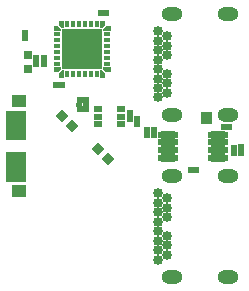
<source format=gbs>
G04*
G04 #@! TF.GenerationSoftware,Altium Limited,Altium Designer,20.1.14 (287)*
G04*
G04 Layer_Color=16711935*
%FSLAX25Y25*%
%MOIN*%
G70*
G04*
G04 #@! TF.SameCoordinates,3A9065B2-305A-42DB-86BC-D4C8425A37C0*
G04*
G04*
G04 #@! TF.FilePolarity,Negative*
G04*
G01*
G75*
%ADD28R,0.01981X0.01902*%
%ADD29R,0.01902X0.01981*%
%ADD36R,0.06706X0.02178*%
%ADD40C,0.03359*%
%ADD41O,0.07099X0.04737*%
%ADD69R,0.02441X0.01654*%
%ADD70R,0.01654X0.02441*%
%ADD71R,0.13465X0.13465*%
%ADD72R,0.02965X0.02965*%
%ADD73O,0.07099X0.02375*%
%ADD74R,0.02769X0.02375*%
%ADD75P,0.04194X4X360.0*%
%ADD76R,0.02178X0.01784*%
%ADD77R,0.01587X0.01981*%
%ADD78R,0.04737X0.04343*%
G36*
X33847Y73142D02*
X32922Y72216D01*
X31407Y72216D01*
Y73869D01*
X33848D01*
X33847Y73142D01*
D02*
G37*
G36*
X34832Y70444D02*
X33179D01*
X33179Y71959D01*
X34105Y72883D01*
X34832Y72885D01*
Y70444D01*
D02*
G37*
G36*
Y86980D02*
X34105Y86981D01*
X33179Y87905D01*
X33179Y89420D01*
X34832D01*
Y86980D01*
D02*
G37*
G36*
X32922Y87648D02*
X33847Y86723D01*
X33848Y85995D01*
X31407D01*
Y87649D01*
X32922Y87648D01*
D02*
G37*
G36*
X50384Y72216D02*
X48868Y72216D01*
X47944Y73142D01*
X47943Y73869D01*
X50384D01*
Y72216D01*
D02*
G37*
G36*
X47686Y72883D02*
X48611Y71959D01*
X48612Y70444D01*
X46958D01*
Y72885D01*
X47686Y72883D01*
D02*
G37*
G36*
X48611Y87905D02*
X47686Y86981D01*
X46958Y86980D01*
Y89420D01*
X48612D01*
X48611Y87905D01*
D02*
G37*
G36*
X50384Y85995D02*
X47943D01*
X47944Y86723D01*
X48868Y87648D01*
X50384Y87649D01*
Y85995D01*
D02*
G37*
D28*
X28335Y75021D02*
D03*
Y76871D02*
D03*
X56998Y56729D02*
D03*
Y58579D02*
D03*
X91432Y47109D02*
D03*
Y45258D02*
D03*
X59381Y56705D02*
D03*
Y54855D02*
D03*
X21993Y83656D02*
D03*
Y85506D02*
D03*
X93733Y47360D02*
D03*
Y45510D02*
D03*
X25716Y75037D02*
D03*
Y76887D02*
D03*
X62552Y51205D02*
D03*
Y53055D02*
D03*
X64751Y51210D02*
D03*
Y53061D02*
D03*
D29*
X47188Y92044D02*
D03*
X49038D02*
D03*
X81476Y58072D02*
D03*
X83327D02*
D03*
X32292Y68081D02*
D03*
X34142D02*
D03*
X83302Y55925D02*
D03*
X81452D02*
D03*
X78964Y39557D02*
D03*
X77114D02*
D03*
X89928Y54145D02*
D03*
X88077D02*
D03*
D36*
X18885Y58473D02*
D03*
Y56505D02*
D03*
Y54536D02*
D03*
Y52568D02*
D03*
Y50599D02*
D03*
Y44694D02*
D03*
Y42725D02*
D03*
Y40757D02*
D03*
Y38788D02*
D03*
Y36820D02*
D03*
D40*
X66316Y19262D02*
D03*
Y22411D02*
D03*
Y16112D02*
D03*
Y25561D02*
D03*
Y12963D02*
D03*
Y28711D02*
D03*
Y9813D02*
D03*
Y31860D02*
D03*
X69072Y17687D02*
D03*
Y23986D02*
D03*
Y14537D02*
D03*
Y11388D02*
D03*
Y30286D02*
D03*
Y27136D02*
D03*
X69061Y84325D02*
D03*
Y65427D02*
D03*
Y81175D02*
D03*
Y68577D02*
D03*
Y78025D02*
D03*
Y71726D02*
D03*
X66305Y85899D02*
D03*
Y63852D02*
D03*
Y82750D02*
D03*
Y67002D02*
D03*
Y79600D02*
D03*
Y70151D02*
D03*
Y76451D02*
D03*
Y73301D02*
D03*
D41*
X70843Y37648D02*
D03*
Y4026D02*
D03*
X89465Y37648D02*
D03*
Y4026D02*
D03*
X89454Y58065D02*
D03*
Y91687D02*
D03*
X70832Y58065D02*
D03*
Y91687D02*
D03*
D69*
X49163Y84854D02*
D03*
Y82885D02*
D03*
Y80917D02*
D03*
Y78948D02*
D03*
Y76980D02*
D03*
Y75011D02*
D03*
X32628D02*
D03*
Y76980D02*
D03*
Y78948D02*
D03*
Y80917D02*
D03*
Y82885D02*
D03*
Y84854D02*
D03*
D70*
X45816Y71665D02*
D03*
X43848D02*
D03*
X41879D02*
D03*
X39911D02*
D03*
X37942D02*
D03*
X35974D02*
D03*
Y88200D02*
D03*
X37942D02*
D03*
X39911D02*
D03*
X41879D02*
D03*
X43848D02*
D03*
X45816D02*
D03*
D71*
X40895Y79932D02*
D03*
D72*
X22906Y73329D02*
D03*
Y77929D02*
D03*
D73*
X86166Y51408D02*
D03*
Y48849D02*
D03*
Y46290D02*
D03*
Y43731D02*
D03*
X69631Y51408D02*
D03*
Y48849D02*
D03*
Y46290D02*
D03*
Y43731D02*
D03*
D74*
X53722Y60027D02*
D03*
Y57468D02*
D03*
Y54909D02*
D03*
X46242D02*
D03*
Y57468D02*
D03*
Y60027D02*
D03*
D75*
X49502Y43392D02*
D03*
X46249Y46644D02*
D03*
X37620Y54409D02*
D03*
X34368Y57662D02*
D03*
D76*
X40023Y61510D02*
D03*
X42188D02*
D03*
D77*
X39728Y59867D02*
D03*
X42483D02*
D03*
X39728Y63154D02*
D03*
X42483D02*
D03*
X41105D02*
D03*
Y59867D02*
D03*
D78*
X19869Y62706D02*
D03*
Y32588D02*
D03*
M02*

</source>
